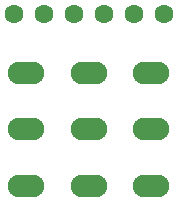
<source format=gbr>
%TF.GenerationSoftware,KiCad,Pcbnew,(5.1.6)-1*%
%TF.CreationDate,2021-08-15T21:21:47-04:00*%
%TF.ProjectId,3pdt-true-bypass,33706474-2d74-4727-9565-2d6279706173,rev?*%
%TF.SameCoordinates,Original*%
%TF.FileFunction,Soldermask,Bot*%
%TF.FilePolarity,Negative*%
%FSLAX46Y46*%
G04 Gerber Fmt 4.6, Leading zero omitted, Abs format (unit mm)*
G04 Created by KiCad (PCBNEW (5.1.6)-1) date 2021-08-15 21:21:47*
%MOMM*%
%LPD*%
G01*
G04 APERTURE LIST*
%ADD10O,3.100000X1.900000*%
%ADD11C,1.600000*%
G04 APERTURE END LIST*
D10*
%TO.C,SW1*%
X152300001Y-85040001D03*
X152300001Y-89840001D03*
X152300001Y-94640001D03*
X147000001Y-85040001D03*
X147000001Y-89840001D03*
X147000001Y-94640001D03*
X157600001Y-85040001D03*
X157600001Y-89840001D03*
X157600001Y-94640001D03*
%TD*%
D11*
%TO.C,J1*%
X145950001Y-80090001D03*
X148490001Y-80090001D03*
X151030001Y-80090001D03*
X153570001Y-80090001D03*
X156110001Y-80090001D03*
X158650001Y-80090001D03*
%TD*%
M02*

</source>
